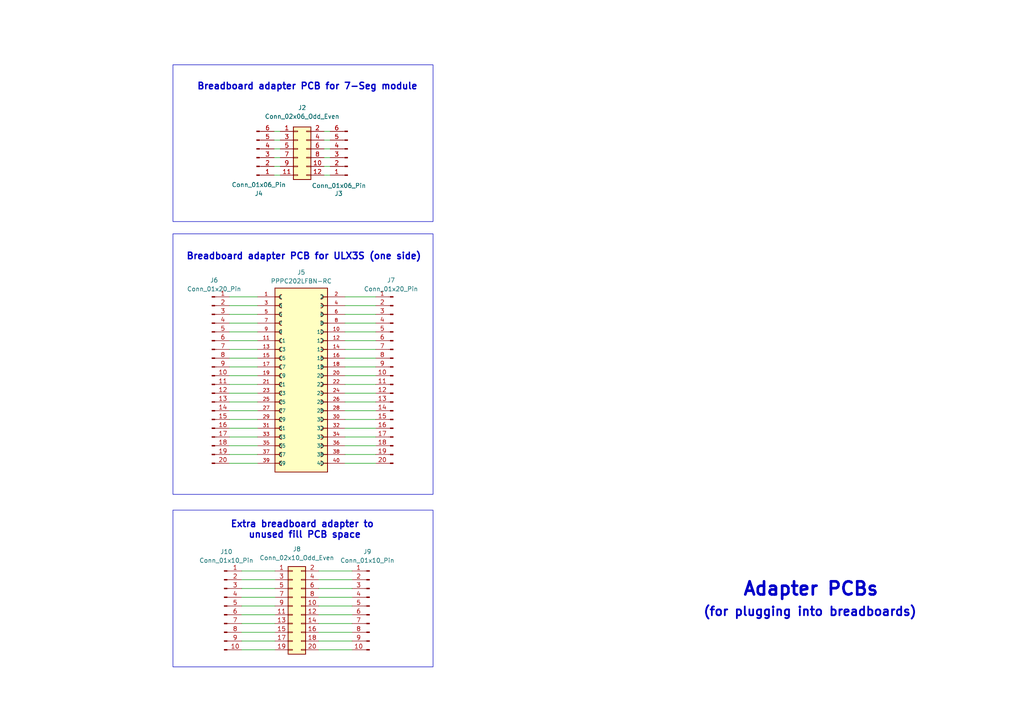
<source format=kicad_sch>
(kicad_sch (version 20231120) (generator "eeschema") (generator_version "8.0")
  (paper "A4")
  (lib_symbols
    (symbol "Connector:Conn_01x06_Pin" (pin_names (offset 1.016) hide)
      (property "Reference" "J" (at 0 7.62 0))
      (property "Value" "Conn_01x06_Pin" (at 0 -10.16 0))
      (symbol "Conn_01x06_Pin_1_1"
        (polyline (pts (xy 1.27 -7.62) (xy 0.8636 -7.62)) (stroke (width 0.1524)))
        (polyline (pts (xy 1.27 -5.08) (xy 0.8636 -5.08)) (stroke (width 0.1524)))
        (polyline (pts (xy 1.27 -2.54) (xy 0.8636 -2.54)) (stroke (width 0.1524)))
        (polyline (pts (xy 1.27 0) (xy 0.8636 0)) (stroke (width 0.1524)))
        (polyline (pts (xy 1.27 2.54) (xy 0.8636 2.54)) (stroke (width 0.1524)))
        (polyline (pts (xy 1.27 5.08) (xy 0.8636 5.08)) (stroke (width 0.1524)))
        (rectangle (start 0.8636 -7.493) (end 0 -7.747) (stroke (width 0.1524)) (fill (type outline)))
        (rectangle (start 0.8636 -4.953) (end 0 -5.207) (stroke (width 0.1524)) (fill (type outline)))
        (rectangle (start 0.8636 -2.413) (end 0 -2.667) (stroke (width 0.1524)) (fill (type outline)))
        (rectangle (start 0.8636 0.127) (end 0 -0.127) (stroke (width 0.1524)) (fill (type outline)))
        (rectangle (start 0.8636 2.667) (end 0 2.413) (stroke (width 0.1524)) (fill (type outline)))
        (rectangle (start 0.8636 5.207) (end 0 4.953) (stroke (width 0.1524)) (fill (type outline)))
        (pin passive line (at 5.08 5.08 180) (length 3.81) (name "Pin_1") (number "1"))
        (pin passive line (at 5.08 2.54 180) (length 3.81) (name "Pin_2") (number "2"))
        (pin passive line (at 5.08 0 180) (length 3.81) (name "Pin_3") (number "3"))
        (pin passive line (at 5.08 -2.54 180) (length 3.81) (name "Pin_4") (number "4"))
        (pin passive line (at 5.08 -5.08 180) (length 3.81) (name "Pin_5") (number "5"))
        (pin passive line (at 5.08 -7.62 180) (length 3.81) (name "Pin_6") (number "6"))
      )
    )
    (symbol "Connector:Conn_01x10_Pin" (pin_names (offset 1.016) hide)
      (property "Reference" "J" (at 0 12.7 0))
      (property "Value" "Conn_01x10_Pin" (at 0 -15.24 0))
      (symbol "Conn_01x10_Pin_1_1"
        (polyline (pts (xy 1.27 -12.7) (xy 0.8636 -12.7)) (stroke (width 0.1524)))
        (polyline (pts (xy 1.27 -10.16) (xy 0.8636 -10.16)) (stroke (width 0.1524)))
        (polyline (pts (xy 1.27 -7.62) (xy 0.8636 -7.62)) (stroke (width 0.1524)))
        (polyline (pts (xy 1.27 -5.08) (xy 0.8636 -5.08)) (stroke (width 0.1524)))
        (polyline (pts (xy 1.27 -2.54) (xy 0.8636 -2.54)) (stroke (width 0.1524)))
        (polyline (pts (xy 1.27 0) (xy 0.8636 0)) (stroke (width 0.1524)))
        (polyline (pts (xy 1.27 2.54) (xy 0.8636 2.54)) (stroke (width 0.1524)))
        (polyline (pts (xy 1.27 5.08) (xy 0.8636 5.08)) (stroke (width 0.1524)))
        (polyline (pts (xy 1.27 7.62) (xy 0.8636 7.62)) (stroke (width 0.1524)))
        (polyline (pts (xy 1.27 10.16) (xy 0.8636 10.16)) (stroke (width 0.1524)))
        (rectangle (start 0.8636 -12.573) (end 0 -12.827) (stroke (width 0.1524)) (fill (type outline)))
        (rectangle (start 0.8636 -10.033) (end 0 -10.287) (stroke (width 0.1524)) (fill (type outline)))
        (rectangle (start 0.8636 -7.493) (end 0 -7.747) (stroke (width 0.1524)) (fill (type outline)))
        (rectangle (start 0.8636 -4.953) (end 0 -5.207) (stroke (width 0.1524)) (fill (type outline)))
        (rectangle (start 0.8636 -2.413) (end 0 -2.667) (stroke (width 0.1524)) (fill (type outline)))
        (rectangle (start 0.8636 0.127) (end 0 -0.127) (stroke (width 0.1524)) (fill (type outline)))
        (rectangle (start 0.8636 2.667) (end 0 2.413) (stroke (width 0.1524)) (fill (type outline)))
        (rectangle (start 0.8636 5.207) (end 0 4.953) (stroke (width 0.1524)) (fill (type outline)))
        (rectangle (start 0.8636 7.747) (end 0 7.493) (stroke (width 0.1524)) (fill (type outline)))
        (rectangle (start 0.8636 10.287) (end 0 10.033) (stroke (width 0.1524)) (fill (type outline)))
        (pin passive line (at 5.08 10.16 180) (length 3.81) (name "Pin_1") (number "1"))
        (pin passive line (at 5.08 -12.7 180) (length 3.81) (name "Pin_10") (number "10"))
        (pin passive line (at 5.08 7.62 180) (length 3.81) (name "Pin_2") (number "2"))
        (pin passive line (at 5.08 5.08 180) (length 3.81) (name "Pin_3") (number "3"))
        (pin passive line (at 5.08 2.54 180) (length 3.81) (name "Pin_4") (number "4"))
        (pin passive line (at 5.08 0 180) (length 3.81) (name "Pin_5") (number "5"))
        (pin passive line (at 5.08 -2.54 180) (length 3.81) (name "Pin_6") (number "6"))
        (pin passive line (at 5.08 -5.08 180) (length 3.81) (name "Pin_7") (number "7"))
        (pin passive line (at 5.08 -7.62 180) (length 3.81) (name "Pin_8") (number "8"))
        (pin passive line (at 5.08 -10.16 180) (length 3.81) (name "Pin_9") (number "9"))
      )
    )
    (symbol "Connector:Conn_01x20_Pin" (pin_names (offset 1.016) hide)
      (property "Reference" "J" (at 0 25.4 0))
      (property "Value" "Conn_01x20_Pin" (at 0 -27.94 0))
      (symbol "Conn_01x20_Pin_1_1"
        (polyline (pts (xy 1.27 -25.4) (xy 0.8636 -25.4)) (stroke (width 0.1524)))
        (polyline (pts (xy 1.27 -22.86) (xy 0.8636 -22.86)) (stroke (width 0.1524)))
        (polyline (pts (xy 1.27 -20.32) (xy 0.8636 -20.32)) (stroke (width 0.1524)))
        (polyline (pts (xy 1.27 -17.78) (xy 0.8636 -17.78)) (stroke (width 0.1524)))
        (polyline (pts (xy 1.27 -15.24) (xy 0.8636 -15.24)) (stroke (width 0.1524)))
        (polyline (pts (xy 1.27 -12.7) (xy 0.8636 -12.7)) (stroke (width 0.1524)))
        (polyline (pts (xy 1.27 -10.16) (xy 0.8636 -10.16)) (stroke (width 0.1524)))
        (polyline (pts (xy 1.27 -7.62) (xy 0.8636 -7.62)) (stroke (width 0.1524)))
        (polyline (pts (xy 1.27 -5.08) (xy 0.8636 -5.08)) (stroke (width 0.1524)))
        (polyline (pts (xy 1.27 -2.54) (xy 0.8636 -2.54)) (stroke (width 0.1524)))
        (polyline (pts (xy 1.27 0) (xy 0.8636 0)) (stroke (width 0.1524)))
        (polyline (pts (xy 1.27 2.54) (xy 0.8636 2.54)) (stroke (width 0.1524)))
        (polyline (pts (xy 1.27 5.08) (xy 0.8636 5.08)) (stroke (width 0.1524)))
        (polyline (pts (xy 1.27 7.62) (xy 0.8636 7.62)) (stroke (width 0.1524)))
        (polyline (pts (xy 1.27 10.16) (xy 0.8636 10.16)) (stroke (width 0.1524)))
        (polyline (pts (xy 1.27 12.7) (xy 0.8636 12.7)) (stroke (width 0.1524)))
        (polyline (pts (xy 1.27 15.24) (xy 0.8636 15.24)) (stroke (width 0.1524)))
        (polyline (pts (xy 1.27 17.78) (xy 0.8636 17.78)) (stroke (width 0.1524)))
        (polyline (pts (xy 1.27 20.32) (xy 0.8636 20.32)) (stroke (width 0.1524)))
        (polyline (pts (xy 1.27 22.86) (xy 0.8636 22.86)) (stroke (width 0.1524)))
        (rectangle (start 0.8636 -25.273) (end 0 -25.527) (stroke (width 0.1524)) (fill (type outline)))
        (rectangle (start 0.8636 -22.733) (end 0 -22.987) (stroke (width 0.1524)) (fill (type outline)))
        (rectangle (start 0.8636 -20.193) (end 0 -20.447) (stroke (width 0.1524)) (fill (type outline)))
        (rectangle (start 0.8636 -17.653) (end 0 -17.907) (stroke (width 0.1524)) (fill (type outline)))
        (rectangle (start 0.8636 -15.113) (end 0 -15.367) (stroke (width 0.1524)) (fill (type outline)))
        (rectangle (start 0.8636 -12.573) (end 0 -12.827) (stroke (width 0.1524)) (fill (type outline)))
        (rectangle (start 0.8636 -10.033) (end 0 -10.287) (stroke (width 0.1524)) (fill (type outline)))
        (rectangle (start 0.8636 -7.493) (end 0 -7.747) (stroke (width 0.1524)) (fill (type outline)))
        (rectangle (start 0.8636 -4.953) (end 0 -5.207) (stroke (width 0.1524)) (fill (type outline)))
        (rectangle (start 0.8636 -2.413) (end 0 -2.667) (stroke (width 0.1524)) (fill (type outline)))
        (rectangle (start 0.8636 0.127) (end 0 -0.127) (stroke (width 0.1524)) (fill (type outline)))
        (rectangle (start 0.8636 2.667) (end 0 2.413) (stroke (width 0.1524)) (fill (type outline)))
        (rectangle (start 0.8636 5.207) (end 0 4.953) (stroke (width 0.1524)) (fill (type outline)))
        (rectangle (start 0.8636 7.747) (end 0 7.493) (stroke (width 0.1524)) (fill (type outline)))
        (rectangle (start 0.8636 10.287) (end 0 10.033) (stroke (width 0.1524)) (fill (type outline)))
        (rectangle (start 0.8636 12.827) (end 0 12.573) (stroke (width 0.1524)) (fill (type outline)))
        (rectangle (start 0.8636 15.367) (end 0 15.113) (stroke (width 0.1524)) (fill (type outline)))
        (rectangle (start 0.8636 17.907) (end 0 17.653) (stroke (width 0.1524)) (fill (type outline)))
        (rectangle (start 0.8636 20.447) (end 0 20.193) (stroke (width 0.1524)) (fill (type outline)))
        (rectangle (start 0.8636 22.987) (end 0 22.733) (stroke (width 0.1524)) (fill (type outline)))
        (pin passive line (at 5.08 22.86 180) (length 3.81) (name "Pin_1") (number "1"))
        (pin passive line (at 5.08 0 180) (length 3.81) (name "Pin_10") (number "10"))
        (pin passive line (at 5.08 -2.54 180) (length 3.81) (name "Pin_11") (number "11"))
        (pin passive line (at 5.08 -5.08 180) (length 3.81) (name "Pin_12") (number "12"))
        (pin passive line (at 5.08 -7.62 180) (length 3.81) (name "Pin_13") (number "13"))
        (pin passive line (at 5.08 -10.16 180) (length 3.81) (name "Pin_14") (number "14"))
        (pin passive line (at 5.08 -12.7 180) (length 3.81) (name "Pin_15") (number "15"))
        (pin passive line (at 5.08 -15.24 180) (length 3.81) (name "Pin_16") (number "16"))
        (pin passive line (at 5.08 -17.78 180) (length 3.81) (name "Pin_17") (number "17"))
        (pin passive line (at 5.08 -20.32 180) (length 3.81) (name "Pin_18") (number "18"))
        (pin passive line (at 5.08 -22.86 180) (length 3.81) (name "Pin_19") (number "19"))
        (pin passive line (at 5.08 20.32 180) (length 3.81) (name "Pin_2") (number "2"))
        (pin passive line (at 5.08 -25.4 180) (length 3.81) (name "Pin_20") (number "20"))
        (pin passive line (at 5.08 17.78 180) (length 3.81) (name "Pin_3") (number "3"))
        (pin passive line (at 5.08 15.24 180) (length 3.81) (name "Pin_4") (number "4"))
        (pin passive line (at 5.08 12.7 180) (length 3.81) (name "Pin_5") (number "5"))
        (pin passive line (at 5.08 10.16 180) (length 3.81) (name "Pin_6") (number "6"))
        (pin passive line (at 5.08 7.62 180) (length 3.81) (name "Pin_7") (number "7"))
        (pin passive line (at 5.08 5.08 180) (length 3.81) (name "Pin_8") (number "8"))
        (pin passive line (at 5.08 2.54 180) (length 3.81) (name "Pin_9") (number "9"))
      )
    )
    (symbol "Connector_Generic:Conn_02x06_Odd_Even" (pin_names (offset 1.016) hide)
      (property "Reference" "J" (at 1.27 7.62 0))
      (property "Value" "Conn_02x06_Odd_Even" (at 1.27 -10.16 0))
      (symbol "Conn_02x06_Odd_Even_1_1"
        (rectangle (start -1.27 -7.493) (end 0 -7.747) (stroke (width 0.1524)))
        (rectangle (start -1.27 -4.953) (end 0 -5.207) (stroke (width 0.1524)))
        (rectangle (start -1.27 -2.413) (end 0 -2.667) (stroke (width 0.1524)))
        (rectangle (start -1.27 0.127) (end 0 -0.127) (stroke (width 0.1524)))
        (rectangle (start -1.27 2.667) (end 0 2.413) (stroke (width 0.1524)))
        (rectangle (start -1.27 5.207) (end 0 4.953) (stroke (width 0.1524)))
        (rectangle (start -1.27 6.35) (end 3.81 -8.89) (stroke (width 0.254)) (fill (type background)))
        (rectangle (start 3.81 -7.493) (end 2.54 -7.747) (stroke (width 0.1524)))
        (rectangle (start 3.81 -4.953) (end 2.54 -5.207) (stroke (width 0.1524)))
        (rectangle (start 3.81 -2.413) (end 2.54 -2.667) (stroke (width 0.1524)))
        (rectangle (start 3.81 0.127) (end 2.54 -0.127) (stroke (width 0.1524)))
        (rectangle (start 3.81 2.667) (end 2.54 2.413) (stroke (width 0.1524)))
        (rectangle (start 3.81 5.207) (end 2.54 4.953) (stroke (width 0.1524)))
        (pin passive line (at -5.08 5.08 0) (length 3.81) (name "Pin_1") (number "1"))
        (pin passive line (at 7.62 -5.08 180) (length 3.81) (name "Pin_10") (number "10"))
        (pin passive line (at -5.08 -7.62 0) (length 3.81) (name "Pin_11") (number "11"))
        (pin passive line (at 7.62 -7.62 180) (length 3.81) (name "Pin_12") (number "12"))
        (pin passive line (at 7.62 5.08 180) (length 3.81) (name "Pin_2") (number "2"))
        (pin passive line (at -5.08 2.54 0) (length 3.81) (name "Pin_3") (number "3"))
        (pin passive line (at 7.62 2.54 180) (length 3.81) (name "Pin_4") (number "4"))
        (pin passive line (at -5.08 0 0) (length 3.81) (name "Pin_5") (number "5"))
        (pin passive line (at 7.62 0 180) (length 3.81) (name "Pin_6") (number "6"))
        (pin passive line (at -5.08 -2.54 0) (length 3.81) (name "Pin_7") (number "7"))
        (pin passive line (at 7.62 -2.54 180) (length 3.81) (name "Pin_8") (number "8"))
        (pin passive line (at -5.08 -5.08 0) (length 3.81) (name "Pin_9") (number "9"))
      )
    )
    (symbol "Connector_Generic:Conn_02x10_Odd_Even" (pin_names (offset 1.016) hide)
      (property "Reference" "J" (at 1.27 12.7 0))
      (property "Value" "Conn_02x10_Odd_Even" (at 1.27 -15.24 0))
      (symbol "Conn_02x10_Odd_Even_1_1"
        (rectangle (start -1.27 -12.573) (end 0 -12.827) (stroke (width 0.1524)))
        (rectangle (start -1.27 -10.033) (end 0 -10.287) (stroke (width 0.1524)))
        (rectangle (start -1.27 -7.493) (end 0 -7.747) (stroke (width 0.1524)))
        (rectangle (start -1.27 -4.953) (end 0 -5.207) (stroke (width 0.1524)))
        (rectangle (start -1.27 -2.413) (end 0 -2.667) (stroke (width 0.1524)))
        (rectangle (start -1.27 0.127) (end 0 -0.127) (stroke (width 0.1524)))
        (rectangle (start -1.27 2.667) (end 0 2.413) (stroke (width 0.1524)))
        (rectangle (start -1.27 5.207) (end 0 4.953) (stroke (width 0.1524)))
        (rectangle (start -1.27 7.747) (end 0 7.493) (stroke (width 0.1524)))
        (rectangle (start -1.27 10.287) (end 0 10.033) (stroke (width 0.1524)))
        (rectangle (start -1.27 11.43) (end 3.81 -13.97) (stroke (width 0.254)) (fill (type background)))
        (rectangle (start 3.81 -12.573) (end 2.54 -12.827) (stroke (width 0.1524)))
        (rectangle (start 3.81 -10.033) (end 2.54 -10.287) (stroke (width 0.1524)))
        (rectangle (start 3.81 -7.493) (end 2.54 -7.747) (stroke (width 0.1524)))
        (rectangle (start 3.81 -4.953) (end 2.54 -5.207) (stroke (width 0.1524)))
        (rectangle (start 3.81 -2.413) (end 2.54 -2.667) (stroke (width 0.1524)))
        (rectangle (start 3.81 0.127) (end 2.54 -0.127) (stroke (width 0.1524)))
        (rectangle (start 3.81 2.667) (end 2.54 2.413) (stroke (width 0.1524)))
        (rectangle (start 3.81 5.207) (end 2.54 4.953) (stroke (width 0.1524)))
        (rectangle (start 3.81 7.747) (end 2.54 7.493) (stroke (width 0.1524)))
        (rectangle (start 3.81 10.287) (end 2.54 10.033) (stroke (width 0.1524)))
        (pin passive line (at -5.08 10.16 0) (length 3.81) (name "Pin_1") (number "1"))
        (pin passive line (at 7.62 0 180) (length 3.81) (name "Pin_10") (number "10"))
        (pin passive line (at -5.08 -2.54 0) (length 3.81) (name "Pin_11") (number "11"))
        (pin passive line (at 7.62 -2.54 180) (length 3.81) (name "Pin_12") (number "12"))
        (pin passive line (at -5.08 -5.08 0) (length 3.81) (name "Pin_13") (number "13"))
        (pin passive line (at 7.62 -5.08 180) (length 3.81) (name "Pin_14") (number "14"))
        (pin passive line (at -5.08 -7.62 0) (length 3.81) (name "Pin_15") (number "15"))
        (pin passive line (at 7.62 -7.62 180) (length 3.81) (name "Pin_16") (number "16"))
        (pin passive line (at -5.08 -10.16 0) (length 3.81) (name "Pin_17") (number "17"))
        (pin passive line (at 7.62 -10.16 180) (length 3.81) (name "Pin_18") (number "18"))
        (pin passive line (at -5.08 -12.7 0) (length 3.81) (name "Pin_19") (number "19"))
        (pin passive line (at 7.62 10.16 180) (length 3.81) (name "Pin_2") (number "2"))
        (pin passive line (at 7.62 -12.7 180) (length 3.81) (name "Pin_20") (number "20"))
        (pin passive line (at -5.08 7.62 0) (length 3.81) (name "Pin_3") (number "3"))
        (pin passive line (at 7.62 7.62 180) (length 3.81) (name "Pin_4") (number "4"))
        (pin passive line (at -5.08 5.08 0) (length 3.81) (name "Pin_5") (number "5"))
        (pin passive line (at 7.62 5.08 180) (length 3.81) (name "Pin_6") (number "6"))
        (pin passive line (at -5.08 2.54 0) (length 3.81) (name "Pin_7") (number "7"))
        (pin passive line (at 7.62 2.54 180) (length 3.81) (name "Pin_8") (number "8"))
        (pin passive line (at -5.08 0 0) (length 3.81) (name "Pin_9") (number "9"))
      )
    )
    (symbol "PPPC202LFBN-RC:PPPC202LFBN-RC" (pin_names (offset 1.016))
      (property "Reference" "J" (at -7.62 28.702 0))
      (property "Value" "PPPC202LFBN-RC" (at -7.62 -27.94 0))
      (symbol "PPPC202LFBN-RC_0_0"
        (rectangle (start -7.62 -25.4) (end 7.62 27.94) (stroke (width 0.254)) (fill (type background)))
        (arc (start -5.715 -22.225) (mid -6.3472 -22.86) (end -5.715 -23.495) (stroke (width 0.254)))
        (arc (start -5.715 -19.685) (mid -6.3472 -20.32) (end -5.715 -20.955) (stroke (width 0.254)))
        (arc (start -5.715 -17.145) (mid -6.3472 -17.78) (end -5.715 -18.415) (stroke (width 0.254)))
        (arc (start -5.715 -14.605) (mid -6.3472 -15.24) (end -5.715 -15.875) (stroke (width 0.254)))
        (arc (start -5.715 -12.065) (mid -6.3472 -12.7) (end -5.715 -13.335) (stroke (width 0.254)))
        (arc (start -5.715 -9.525) (mid -6.3472 -10.16) (end -5.715 -10.795) (stroke (width 0.254)))
        (arc (start -5.715 -6.985) (mid -6.3472 -7.62) (end -5.715 -8.255) (stroke (width 0.254)))
        (arc (start -5.715 -4.445) (mid -6.3472 -5.08) (end -5.715 -5.715) (stroke (width 0.254)))
        (arc (start -5.715 -1.905) (mid -6.3472 -2.54) (end -5.715 -3.175) (stroke (width 0.254)))
        (arc (start -5.715 0.635) (mid -6.3472 0) (end -5.715 -0.635) (stroke (width 0.254)))
        (arc (start -5.715 3.175) (mid -6.3472 2.54) (end -5.715 1.905) (stroke (width 0.254)))
        (arc (start -5.715 5.715) (mid -6.3472 5.08) (end -5.715 4.445) (stroke (width 0.254)))
        (arc (start -5.715 8.255) (mid -6.3472 7.62) (end -5.715 6.985) (stroke (width 0.254)))
        (arc (start -5.715 10.795) (mid -6.3472 10.16) (end -5.715 9.525) (stroke (width 0.254)))
        (arc (start -5.715 13.335) (mid -6.3472 12.7) (end -5.715 12.065) (stroke (width 0.254)))
        (arc (start -5.715 15.875) (mid -6.3472 15.24) (end -5.715 14.605) (stroke (width 0.254)))
        (arc (start -5.715 18.415) (mid -6.3472 17.78) (end -5.715 17.145) (stroke (width 0.254)))
        (arc (start -5.715 20.955) (mid -6.3472 20.32) (end -5.715 19.685) (stroke (width 0.254)))
        (arc (start -5.715 23.495) (mid -6.3472 22.86) (end -5.715 22.225) (stroke (width 0.254)))
        (arc (start -5.715 26.035) (mid -6.3472 25.4) (end -5.715 24.765) (stroke (width 0.254)))
        (polyline (pts (xy -7.62 -22.86) (xy -6.35 -22.86)) (stroke (width 0.254)))
        (polyline (pts (xy -7.62 -20.32) (xy -6.35 -20.32)) (stroke (width 0.254)))
        (polyline (pts (xy -7.62 -17.78) (xy -6.35 -17.78)) (stroke (width 0.254)))
        (polyline (pts (xy -7.62 -15.24) (xy -6.35 -15.24)) (stroke (width 0.254)))
        (polyline (pts (xy -7.62 -12.7) (xy -6.35 -12.7)) (stroke (width 0.254)))
        (polyline (pts (xy -7.62 -10.16) (xy -6.35 -10.16)) (stroke (width 0.254)))
        (polyline (pts (xy -7.62 -7.62) (xy -6.35 -7.62)) (stroke (width 0.254)))
        (polyline (pts (xy -7.62 -5.08) (xy -6.35 -5.08)) (stroke (width 0.254)))
        (polyline (pts (xy -7.62 -2.54) (xy -6.35 -2.54)) (stroke (width 0.254)))
        (polyline (pts (xy -7.62 0) (xy -6.35 0)) (stroke (width 0.254)))
        (polyline (pts (xy -7.62 2.54) (xy -6.35 2.54)) (stroke (width 0.254)))
        (polyline (pts (xy -7.62 5.08) (xy -6.35 5.08)) (stroke (width 0.254)))
        (polyline (pts (xy -7.62 7.62) (xy -6.35 7.62)) (stroke (width 0.254)))
        (polyline (pts (xy -7.62 10.16) (xy -6.35 10.16)) (stroke (width 0.254)))
        (polyline (pts (xy -7.62 12.7) (xy -6.35 12.7)) (stroke (width 0.254)))
        (polyline (pts (xy -7.62 15.24) (xy -6.35 15.24)) (stroke (width 0.254)))
        (polyline (pts (xy -7.62 17.78) (xy -6.35 17.78)) (stroke (width 0.254)))
        (polyline (pts (xy -7.62 20.32) (xy -6.35 20.32)) (stroke (width 0.254)))
        (polyline (pts (xy -7.62 22.86) (xy -6.35 22.86)) (stroke (width 0.254)))
        (polyline (pts (xy -7.62 25.4) (xy -6.35 25.4)) (stroke (width 0.254)))
        (polyline (pts (xy 7.62 -22.86) (xy 6.35 -22.86)) (stroke (width 0.254)))
        (polyline (pts (xy 7.62 -20.32) (xy 6.35 -20.32)) (stroke (width 0.254)))
        (polyline (pts (xy 7.62 -17.78) (xy 6.35 -17.78)) (stroke (width 0.254)))
        (polyline (pts (xy 7.62 -15.24) (xy 6.35 -15.24)) (stroke (width 0.254)))
        (polyline (pts (xy 7.62 -12.7) (xy 6.35 -12.7)) (stroke (width 0.254)))
        (polyline (pts (xy 7.62 -10.16) (xy 6.35 -10.16)) (stroke (width 0.254)))
        (polyline (pts (xy 7.62 -7.62) (xy 6.35 -7.62)) (stroke (width 0.254)))
        (polyline (pts (xy 7.62 -5.08) (xy 6.35 -5.08)) (stroke (width 0.254)))
        (polyline (pts (xy 7.62 -2.54) (xy 6.35 -2.54)) (stroke (width 0.254)))
        (polyline (pts (xy 7.62 0) (xy 6.35 0)) (stroke (width 0.254)))
        (polyline (pts (xy 7.62 2.54) (xy 6.35 2.54)) (stroke (width 0.254)))
        (polyline (pts (xy 7.62 5.08) (xy 6.35 5.08)) (stroke (width 0.254)))
        (polyline (pts (xy 7.62 7.62) (xy 6.35 7.62)) (stroke (width 0.254)))
        (polyline (pts (xy 7.62 10.16) (xy 6.35 10.16)) (stroke (width 0.254)))
        (polyline (pts (xy 7.62 12.7) (xy 6.35 12.7)) (stroke (width 0.254)))
        (polyline (pts (xy 7.62 15.24) (xy 6.35 15.24)) (stroke (width 0.254)))
        (polyline (pts (xy 7.62 17.78) (xy 6.35 17.78)) (stroke (width 0.254)))
        (polyline (pts (xy 7.62 20.32) (xy 6.35 20.32)) (stroke (width 0.254)))
        (polyline (pts (xy 7.62 22.86) (xy 6.35 22.86)) (stroke (width 0.254)))
        (polyline (pts (xy 7.62 25.4) (xy 6.35 25.4)) (stroke (width 0.254)))
        (arc (start 5.715 -23.495) (mid 6.3472 -22.86) (end 5.715 -22.225) (stroke (width 0.254)))
        (arc (start 5.715 -20.955) (mid 6.3472 -20.32) (end 5.715 -19.685) (stroke (width 0.254)))
        (arc (start 5.715 -18.415) (mid 6.3472 -17.78) (end 5.715 -17.145) (stroke (width 0.254)))
        (arc (start 5.715 -15.875) (mid 6.3472 -15.24) (end 5.715 -14.605) (stroke (width 0.254)))
        (arc (start 5.715 -13.335) (mid 6.3472 -12.7) (end 5.715 -12.065) (stroke (width 0.254)))
        (arc (start 5.715 -10.795) (mid 6.3472 -10.16) (end 5.715 -9.525) (stroke (width 0.254)))
        (arc (start 5.715 -8.255) (mid 6.3472 -7.62) (end 5.715 -6.985) (stroke (width 0.254)))
        (arc (start 5.715 -5.715) (mid 6.3472 -5.08) (end 5.715 -4.445) (stroke (width 0.254)))
        (arc (start 5.715 -3.175) (mid 6.3472 -2.54) (end 5.715 -1.905) (stroke (width 0.254)))
        (arc (start 5.715 -0.635) (mid 6.3472 0) (end 5.715 0.635) (stroke (width 0.254)))
        (arc (start 5.715 1.905) (mid 6.3472 2.54) (end 5.715 3.175) (stroke (width 0.254)))
        (arc (start 5.715 4.445) (mid 6.3472 5.08) (end 5.715 5.715) (stroke (width 0.254)))
        (arc (start 5.715 6.985) (mid 6.3472 7.62) (end 5.715 8.255) (stroke (width 0.254)))
        (arc (start 5.715 9.525) (mid 6.3472 10.16) (end 5.715 10.795) (stroke (width 0.254)))
        (arc (start 5.715 12.065) (mid 6.3472 12.7) (end 5.715 13.335) (stroke (width 0.254)))
        (arc (start 5.715 14.605) (mid 6.3472 15.24) (end 5.715 15.875) (stroke (width 0.254)))
        (arc (start 5.715 17.145) (mid 6.3472 17.78) (end 5.715 18.415) (stroke (width 0.254)))
        (arc (start 5.715 19.685) (mid 6.3472 20.32) (end 5.715 20.955) (stroke (width 0.254)))
        (arc (start 5.715 22.225) (mid 6.3472 22.86) (end 5.715 23.495) (stroke (width 0.254)))
        (arc (start 5.715 24.765) (mid 6.3472 25.4) (end 5.715 26.035) (stroke (width 0.254)))
        (pin passive line (at -12.7 25.4 0) (length 5.08) (name "1") (number "1"))
        (pin passive line (at 12.7 15.24 180) (length 5.08) (name "10") (number "10"))
        (pin passive line (at -12.7 12.7 0) (length 5.08) (name "11") (number "11"))
        (pin passive line (at 12.7 12.7 180) (length 5.08) (name "12") (number "12"))
        (pin passive line (at -12.7 10.16 0) (length 5.08) (name "13") (number "13"))
        (pin passive line (at 12.7 10.16 180) (length 5.08) (name "14") (number "14"))
        (pin passive line (at -12.7 7.62 0) (length 5.08) (name "15") (number "15"))
        (pin passive line (at 12.7 7.62 180) (length 5.08) (name "16") (number "16"))
        (pin passive line (at -12.7 5.08 0) (length 5.08) (name "17") (number "17"))
        (pin passive line (at 12.7 5.08 180) (length 5.08) (name "18") (number "18"))
        (pin passive line (at -12.7 2.54 0) (length 5.08) (name "19") (number "19"))
        (pin passive line (at 12.7 25.4 180) (length 5.08) (name "2") (number "2"))
        (pin passive line (at 12.7 2.54 180) (length 5.08) (name "20") (number "20"))
        (pin passive line (at -12.7 0 0) (length 5.08) (name "21") (number "21"))
        (pin passive line (at 12.7 0 180) (length 5.08) (name "22") (number "22"))
        (pin passive line (at -12.7 -2.54 0) (length 5.08) (name "23") (number "23"))
        (pin passive line (at 12.7 -2.54 180) (length 5.08) (name "24") (number "24"))
        (pin passive line (at -12.7 -5.08 0) (length 5.08) (name "25") (number "25"))
        (pin passive line (at 12.7 -5.08 180) (length 5.08) (name "26") (number "26"))
        (pin passive line (at -12.7 -7.62 0) (length 5.08) (name "27") (number "27"))
        (pin passive line (at 12.7 -7.62 180) (length 5.08) (name "28") (number "28"))
        (pin passive line (at -12.7 -10.16 0) (length 5.08) (name "29") (number "29"))
        (pin passive line (at -12.7 22.86 0) (length 5.08) (name "3") (number "3"))
        (pin passive line (at 12.7 -10.16 180) (length 5.08) (name "30") (number "30"))
        (pin passive line (at -12.7 -12.7 0) (length 5.08) (name "31") (number "31"))
        (pin passive line (at 12.7 -12.7 180) (length 5.08) (name "32") (number "32"))
        (pin passive line (at -12.7 -15.24 0) (length 5.08) (name "33") (number "33"))
        (pin passive line (at 12.7 -15.24 180) (length 5.08) (name "34") (number "34"))
        (pin passive line (at -12.7 -17.78 0) (length 5.08) (name "35") (number "35"))
        (pin passive line (at 12.7 -17.78 180) (length 5.08) (name "36") (number "36"))
        (pin passive line (at -12.7 -20.32 0) (length 5.08) (name "37") (number "37"))
        (pin passive line (at 12.7 -20.32 180) (length 5.08) (name "38") (number "38"))
        (pin passive line (at -12.7 -22.86 0) (length 5.08) (name "39") (number "39"))
        (pin passive line (at 12.7 22.86 180) (length 5.08) (name "4") (number "4"))
        (pin passive line (at 12.7 -22.86 180) (length 5.08) (name "40") (number "40"))
        (pin passive line (at -12.7 20.32 0) (length 5.08) (name "5") (number "5"))
        (pin passive line (at 12.7 20.32 180) (length 5.08) (name "6") (number "6"))
        (pin passive line (at -12.7 17.78 0) (length 5.08) (name "7") (number "7"))
        (pin passive line (at 12.7 17.78 180) (length 5.08) (name "8") (number "8"))
        (pin passive line (at -12.7 15.24 0) (length 5.08) (name "9") (number "9"))
      )
    )
  )
  (wire (pts (xy 66.548 131.826) (xy 74.676 131.826)))
  (wire (pts (xy 66.548 134.366) (xy 74.676 134.366)))
  (wire (pts (xy 66.548 126.746) (xy 74.676 126.746)))
  (wire (pts (xy 66.548 103.886) (xy 74.676 103.886)))
  (wire (pts (xy 70.104 170.688) (xy 79.756 170.688)))
  (wire (pts (xy 102.108 165.608) (xy 92.456 165.608)))
  (wire (pts (xy 108.966 86.106) (xy 100.076 86.106)))
  (wire (pts (xy 108.966 126.746) (xy 100.076 126.746)))
  (wire (pts (xy 95.758 50.8) (xy 93.98 50.8)))
  (wire (pts (xy 108.966 111.506) (xy 100.076 111.506)))
  (wire (pts (xy 70.104 180.848) (xy 79.756 180.848)))
  (wire (pts (xy 102.108 183.388) (xy 92.456 183.388)))
  (wire (pts (xy 108.966 119.126) (xy 100.076 119.126)))
  (wire (pts (xy 66.548 98.806) (xy 74.676 98.806)))
  (wire (pts (xy 95.758 38.1) (xy 93.98 38.1)))
  (wire (pts (xy 108.966 88.646) (xy 100.076 88.646)))
  (wire (pts (xy 70.104 178.308) (xy 79.756 178.308)))
  (wire (pts (xy 70.104 165.608) (xy 79.756 165.608)))
  (wire (pts (xy 108.966 103.886) (xy 100.076 103.886)))
  (wire (pts (xy 108.966 96.266) (xy 100.076 96.266)))
  (wire (pts (xy 70.104 175.768) (xy 79.756 175.768)))
  (wire (pts (xy 66.548 124.206) (xy 74.676 124.206)))
  (wire (pts (xy 79.502 40.64) (xy 81.28 40.64)))
  (wire (pts (xy 108.966 114.046) (xy 100.076 114.046)))
  (wire (pts (xy 102.108 175.768) (xy 92.456 175.768)))
  (wire (pts (xy 102.108 178.308) (xy 92.456 178.308)))
  (wire (pts (xy 95.758 43.18) (xy 93.98 43.18)))
  (wire (pts (xy 66.548 121.666) (xy 74.676 121.666)))
  (wire (pts (xy 108.966 93.726) (xy 100.076 93.726)))
  (wire (pts (xy 108.966 124.206) (xy 100.076 124.206)))
  (wire (pts (xy 108.966 129.286) (xy 100.076 129.286)))
  (wire (pts (xy 66.548 114.046) (xy 74.676 114.046)))
  (wire (pts (xy 108.966 121.666) (xy 100.076 121.666)))
  (wire (pts (xy 66.548 91.186) (xy 74.676 91.186)))
  (wire (pts (xy 102.108 185.928) (xy 92.456 185.928)))
  (wire (pts (xy 70.104 173.228) (xy 79.756 173.228)))
  (wire (pts (xy 66.548 93.726) (xy 74.676 93.726)))
  (wire (pts (xy 66.548 129.286) (xy 74.676 129.286)))
  (wire (pts (xy 70.104 168.148) (xy 79.756 168.148)))
  (wire (pts (xy 66.548 111.506) (xy 74.676 111.506)))
  (wire (pts (xy 66.548 88.646) (xy 74.676 88.646)))
  (wire (pts (xy 70.104 185.928) (xy 79.756 185.928)))
  (wire (pts (xy 108.966 98.806) (xy 100.076 98.806)))
  (wire (pts (xy 95.758 45.72) (xy 93.98 45.72)))
  (wire (pts (xy 70.104 188.468) (xy 79.756 188.468)))
  (wire (pts (xy 95.758 40.64) (xy 93.98 40.64)))
  (wire (pts (xy 108.966 106.426) (xy 100.076 106.426)))
  (wire (pts (xy 102.108 170.688) (xy 92.456 170.688)))
  (wire (pts (xy 79.502 48.26) (xy 81.28 48.26)))
  (wire (pts (xy 66.548 96.266) (xy 74.676 96.266)))
  (wire (pts (xy 79.502 43.18) (xy 81.28 43.18)))
  (wire (pts (xy 108.966 131.826) (xy 100.076 131.826)))
  (wire (pts (xy 66.548 108.966) (xy 74.676 108.966)))
  (wire (pts (xy 102.108 173.228) (xy 92.456 173.228)))
  (wire (pts (xy 95.758 48.26) (xy 93.98 48.26)))
  (wire (pts (xy 79.502 50.8) (xy 81.28 50.8)))
  (wire (pts (xy 108.966 134.366) (xy 100.076 134.366)))
  (wire (pts (xy 66.548 106.426) (xy 74.676 106.426)))
  (wire (pts (xy 108.966 108.966) (xy 100.076 108.966)))
  (wire (pts (xy 66.548 86.106) (xy 74.676 86.106)))
  (wire (pts (xy 108.966 91.186) (xy 100.076 91.186)))
  (wire (pts (xy 66.548 116.586) (xy 74.676 116.586)))
  (wire (pts (xy 79.502 45.72) (xy 81.28 45.72)))
  (wire (pts (xy 102.108 180.848) (xy 92.456 180.848)))
  (wire (pts (xy 102.108 168.148) (xy 92.456 168.148)))
  (wire (pts (xy 70.104 183.388) (xy 79.756 183.388)))
  (wire (pts (xy 66.548 119.126) (xy 74.676 119.126)))
  (wire (pts (xy 66.548 101.346) (xy 74.676 101.346)))
  (wire (pts (xy 79.502 38.1) (xy 81.28 38.1)))
  (wire (pts (xy 108.966 101.346) (xy 100.076 101.346)))
  (wire (pts (xy 102.108 188.468) (xy 92.456 188.468)))
  (wire (pts (xy 108.966 116.586) (xy 100.076 116.586)))
  (rectangle (start 50.165 67.818) (end 125.603 143.383))
  (rectangle (start 50.165 147.955) (end 125.603 193.421))
  (rectangle (start 50.165 18.796) (end 125.603 64.262))
  (text "(for plugging into breadboards)" (at 234.95 177.546 0) (effects (font (size 2.54 2.54) (bold yes))))
  (text "Adapter PCBs" (at 235.204 170.942 0) (effects (font (size 3.81 3.81) (thickness 0.762) (bold yes))))
  (text "Breadboard adapter PCB for 7-Seg module" (at 89.154 25.146 0) (effects (font (size 1.905 1.905) (thickness 0.381) (bold yes))))
  (text "Breadboard adapter PCB for ULX3S (one side)" (at 88.138 74.422 0) (effects (font (size 1.905 1.905) (thickness 0.381) (bold yes))))
  (text "Extra breadboard adapter to \nunused fill PCB space" (at 88.392 153.67 0) (effects (font (size 1.905 1.905) (thickness 0.381) (bold yes))))
  (symbol (lib_id "PPPC202LFBN-RC:PPPC202LFBN-RC") (at 87.376 111.506 0) (unit 1)
    (property "Reference" "J5" (at 87.376 78.994 0))
    (property "Value" "PPPC202LFBN-RC" (at 87.376 81.534 0))
    (property "Footprint" "7Seg Imported Footprints:SULLINS_PPPC202LFBN-RC" (effects (hide yes)))
    (property "Datasheet" "https://mm.digikey.com/Volume0/opasdata/d220001/medias/docus/937/Female_Headers.100_DS.pdf" (effects (hide yes)))
    (property "Description" "40 Position Header Connector 0.100\" (2.54mm) Through Hole Gold" (effects (hide yes)))
    (property "PARTREV" "L" (effects (hide yes)))
    (property "STANDARD" "Manufacturer Recommendations" (effects (hide yes)))
    (property "SNAPEDA_PN" "PPTC202LFBN-RC" (effects (hide yes)))
    (property "MAXIMUM_PACKAGE_HEIGHT" "8.5mm" (effects (hide yes)))
    (property "MANUFACTURER" "Sullins Connector Solutions" (effects (hide yes)))
    (property "Digikey" "https://www.digikey.com/en/products/detail/sullins-connector-solutions/PPPC202LFBN-RC/810259" (effects (hide yes)))
  )
  (symbol (lib_id "Connector:Conn_01x06_Pin") (at 100.838 45.72 180) (unit 1)
    (property "Reference" "J3" (at 97.028 56.134 0) (effects (justify right)))
    (property "Value" "Conn_01x06_Pin" (at 90.424 53.8479 0) (effects (justify right)))
    (property "Footprint" "Connector_PinHeader_2.54mm:PinHeader_1x06_P2.54mm_Vertical" (effects (hide yes)))
    (property "Description" "Generic connector, single row, 01x06, script generated" (effects (hide yes)))
  )
  (symbol (lib_id "Connector_Generic:Conn_02x06_Odd_Even") (at 86.36 43.18 0) (unit 1)
    (property "Reference" "J2" (at 87.63 31.242 0))
    (property "Value" "Conn_02x06_Odd_Even" (at 87.63 33.782 0))
    (property "Footprint" "Connector_PinSocket_2.54mm:PinSocket_2x06_P2.54mm_Vertical" (effects (hide yes)))
    (property "Description" "Generic connector, double row, 02x06, odd/even pin numbering scheme (row 1 odd numbers, row 2 even numbers), script generated (kicad-library-utils/schlib/autogen/connector/)" (effects (hide yes)))
  )
  (symbol (lib_id "Connector:Conn_01x10_Pin") (at 65.024 175.768 0) (unit 1)
    (property "Reference" "J10" (at 65.659 160.02 0))
    (property "Value" "Conn_01x10_Pin" (at 65.659 162.56 0))
    (property "Footprint" "Connector_PinHeader_2.54mm:PinHeader_1x10_P2.54mm_Vertical" (effects (hide yes)))
    (property "Description" "Generic connector, single row, 01x10, script generated" (effects (hide yes)))
  )
  (symbol (lib_id "Connector:Conn_01x20_Pin") (at 114.046 108.966 0) (mirror y) (unit 1)
    (property "Reference" "J7" (at 113.411 81.28 0))
    (property "Value" "Conn_01x20_Pin" (at 113.411 83.82 0))
    (property "Footprint" "Connector_PinHeader_2.54mm:PinHeader_1x20_P2.54mm_Vertical" (effects (hide yes)))
    (property "Datasheet" "https://mm.digikey.com/Volume0/opasdata/d220001/medias/docus/386/xRxCzzzSxxN-RC_ST_11635-B.pdf" (effects (hide yes)))
    (property "Description" "Generic connector, single row, 01x20, script generated" (effects (hide yes)))
    (property "Digikey" "https://www.digikey.com/en/products/detail/sullins-connector-solutions/PRPC020SFAN-RC/2775354" (effects (hide yes)))
  )
  (symbol (lib_id "Connector:Conn_01x06_Pin") (at 74.422 45.72 0) (mirror x) (unit 1)
    (property "Reference" "J4" (at 75.057 56.134 0))
    (property "Value" "Conn_01x06_Pin" (at 75.057 53.594 0))
    (property "Footprint" "Connector_PinHeader_2.54mm:PinHeader_1x06_P2.54mm_Vertical" (effects (hide yes)))
    (property "Description" "Generic connector, single row, 01x06, script generated" (effects (hide yes)))
  )
  (symbol (lib_id "Connector:Conn_01x20_Pin") (at 61.468 108.966 0) (unit 1)
    (property "Reference" "J6" (at 62.103 81.28 0))
    (property "Value" "Conn_01x20_Pin" (at 62.103 83.82 0))
    (property "Footprint" "Connector_PinHeader_2.54mm:PinHeader_1x20_P2.54mm_Vertical" (effects (hide yes)))
    (property "Datasheet" "https://mm.digikey.com/Volume0/opasdata/d220001/medias/docus/386/xRxCzzzSxxN-RC_ST_11635-B.pdf" (effects (hide yes)))
    (property "Description" "Generic connector, single row, 01x20, script generated" (effects (hide yes)))
    (property "Digikey" "https://www.digikey.com/en/products/detail/sullins-connector-solutions/PRPC020SFAN-RC/2775354" (effects (hide yes)))
  )
  (symbol (lib_id "Connector_Generic:Conn_02x10_Odd_Even") (at 84.836 175.768 0) (unit 1)
    (property "Reference" "J8" (at 86.106 159.258 0))
    (property "Value" "Conn_02x10_Odd_Even" (at 86.106 161.798 0))
    (property "Footprint" "Connector_PinSocket_2.54mm:PinSocket_2x10_P2.54mm_Vertical" (effects (hide yes)))
    (property "Description" "Generic connector, double row, 02x10, counter clockwise pin numbering scheme (similar to DIP package numbering), script generated (kicad-library-utils/schlib/autogen/connector/)" (effects (hide yes)))
  )
  (symbol (lib_id "Connector:Conn_01x10_Pin") (at 107.188 175.768 0) (mirror y) (unit 1)
    (property "Reference" "J9" (at 106.553 160.02 0))
    (property "Value" "Conn_01x10_Pin" (at 106.553 162.56 0))
    (property "Footprint" "Connector_PinHeader_2.54mm:PinHeader_1x10_P2.54mm_Vertical" (effects (hide yes)))
    (property "Description" "Generic connector, single row, 01x10, script generated" (effects (hide yes)))
  )
)
</source>
